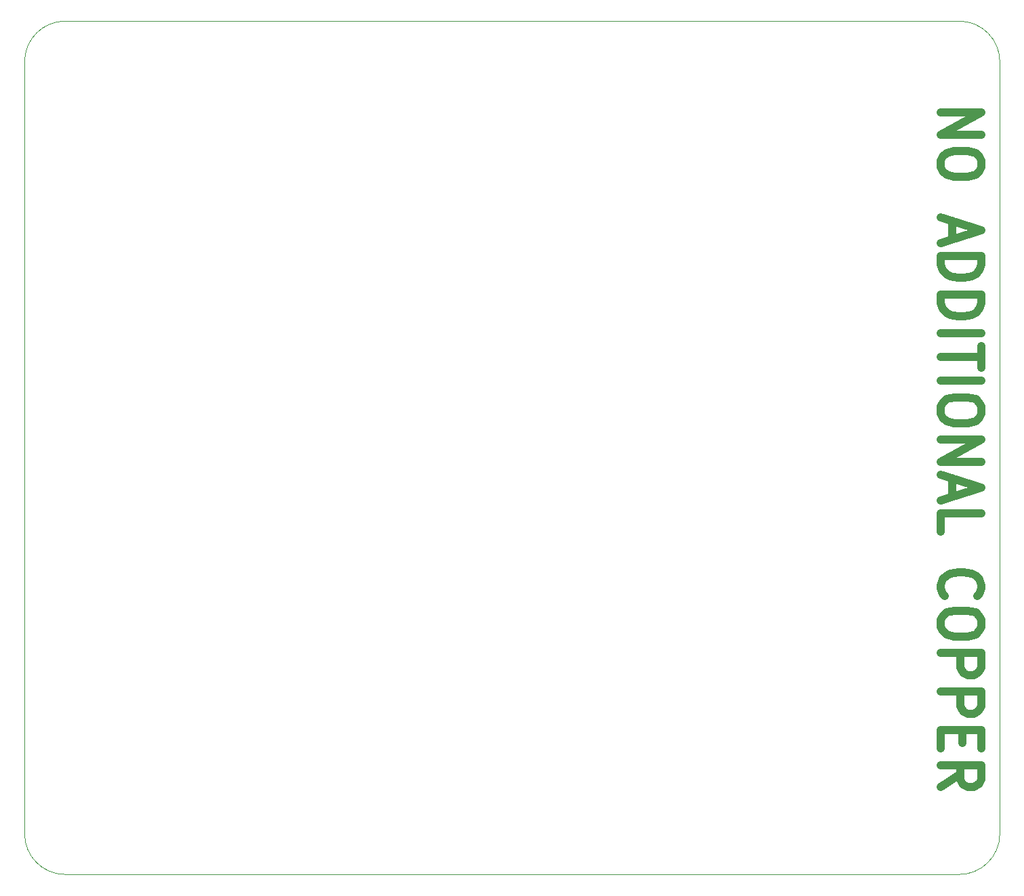
<source format=gm1>
G04 #@! TF.GenerationSoftware,KiCad,Pcbnew,(5.1.5)-2*
G04 #@! TF.CreationDate,2020-03-08T17:43:13-07:00*
G04 #@! TF.ProjectId,pandora,70616e64-6f72-4612-9e6b-696361645f70,A*
G04 #@! TF.SameCoordinates,PX508ae58PY8db4db0*
G04 #@! TF.FileFunction,Other,ECO1*
%FSLAX46Y46*%
G04 Gerber Fmt 4.6, Leading zero omitted, Abs format (unit mm)*
G04 Created by KiCad (PCBNEW (5.1.5)-2) date 2020-03-08 17:43:13*
%MOMM*%
%LPD*%
G04 APERTURE LIST*
%ADD10C,1.016000*%
%ADD11C,0.050800*%
G04 APERTURE END LIST*
D10*
X114541904Y95268143D02*
X119621904Y95268143D01*
X114541904Y92510429D01*
X119621904Y92510429D01*
X119621904Y89293096D02*
X119621904Y88373858D01*
X119380000Y87914239D01*
X118896190Y87454620D01*
X117928571Y87224810D01*
X116235238Y87224810D01*
X115267619Y87454620D01*
X114783809Y87914239D01*
X114541904Y88373858D01*
X114541904Y89293096D01*
X114783809Y89752715D01*
X115267619Y90212334D01*
X116235238Y90442143D01*
X117928571Y90442143D01*
X118896190Y90212334D01*
X119380000Y89752715D01*
X119621904Y89293096D01*
X115993333Y81709381D02*
X115993333Y79411286D01*
X114541904Y82169000D02*
X119621904Y80560334D01*
X114541904Y78951667D01*
X114541904Y77343000D02*
X119621904Y77343000D01*
X119621904Y76193953D01*
X119380000Y75504524D01*
X118896190Y75044905D01*
X118412380Y74815096D01*
X117444761Y74585286D01*
X116719047Y74585286D01*
X115751428Y74815096D01*
X115267619Y75044905D01*
X114783809Y75504524D01*
X114541904Y76193953D01*
X114541904Y77343000D01*
X114541904Y72517000D02*
X119621904Y72517000D01*
X119621904Y71367953D01*
X119380000Y70678524D01*
X118896190Y70218905D01*
X118412380Y69989096D01*
X117444761Y69759286D01*
X116719047Y69759286D01*
X115751428Y69989096D01*
X115267619Y70218905D01*
X114783809Y70678524D01*
X114541904Y71367953D01*
X114541904Y72517000D01*
X114541904Y67691000D02*
X119621904Y67691000D01*
X119621904Y66082334D02*
X119621904Y63324620D01*
X114541904Y64703477D02*
X119621904Y64703477D01*
X114541904Y61715953D02*
X119621904Y61715953D01*
X119621904Y58498620D02*
X119621904Y57579381D01*
X119380000Y57119762D01*
X118896190Y56660143D01*
X117928571Y56430334D01*
X116235238Y56430334D01*
X115267619Y56660143D01*
X114783809Y57119762D01*
X114541904Y57579381D01*
X114541904Y58498620D01*
X114783809Y58958239D01*
X115267619Y59417858D01*
X116235238Y59647667D01*
X117928571Y59647667D01*
X118896190Y59417858D01*
X119380000Y58958239D01*
X119621904Y58498620D01*
X114541904Y54362048D02*
X119621904Y54362048D01*
X114541904Y51604334D01*
X119621904Y51604334D01*
X115993333Y49536048D02*
X115993333Y47237953D01*
X114541904Y49995667D02*
X119621904Y48387000D01*
X114541904Y46778334D01*
X114541904Y42871572D02*
X114541904Y45169667D01*
X119621904Y45169667D01*
X115025714Y34828239D02*
X114783809Y35058048D01*
X114541904Y35747477D01*
X114541904Y36207096D01*
X114783809Y36896524D01*
X115267619Y37356143D01*
X115751428Y37585953D01*
X116719047Y37815762D01*
X117444761Y37815762D01*
X118412380Y37585953D01*
X118896190Y37356143D01*
X119380000Y36896524D01*
X119621904Y36207096D01*
X119621904Y35747477D01*
X119380000Y35058048D01*
X119138095Y34828239D01*
X119621904Y31840715D02*
X119621904Y30921477D01*
X119380000Y30461858D01*
X118896190Y30002239D01*
X117928571Y29772429D01*
X116235238Y29772429D01*
X115267619Y30002239D01*
X114783809Y30461858D01*
X114541904Y30921477D01*
X114541904Y31840715D01*
X114783809Y32300334D01*
X115267619Y32759953D01*
X116235238Y32989762D01*
X117928571Y32989762D01*
X118896190Y32759953D01*
X119380000Y32300334D01*
X119621904Y31840715D01*
X114541904Y27704143D02*
X119621904Y27704143D01*
X119621904Y25865667D01*
X119380000Y25406048D01*
X119138095Y25176239D01*
X118654285Y24946429D01*
X117928571Y24946429D01*
X117444761Y25176239D01*
X117202857Y25406048D01*
X116960952Y25865667D01*
X116960952Y27704143D01*
X114541904Y22878143D02*
X119621904Y22878143D01*
X119621904Y21039667D01*
X119380000Y20580048D01*
X119138095Y20350239D01*
X118654285Y20120429D01*
X117928571Y20120429D01*
X117444761Y20350239D01*
X117202857Y20580048D01*
X116960952Y21039667D01*
X116960952Y22878143D01*
X117202857Y18052143D02*
X117202857Y16443477D01*
X114541904Y15754048D02*
X114541904Y18052143D01*
X119621904Y18052143D01*
X119621904Y15754048D01*
X114541904Y10928048D02*
X116960952Y12536715D01*
X114541904Y13685762D02*
X119621904Y13685762D01*
X119621904Y11847286D01*
X119380000Y11387667D01*
X119138095Y11157858D01*
X118654285Y10928048D01*
X117928571Y10928048D01*
X117444761Y11157858D01*
X117202857Y11387667D01*
X116960952Y11847286D01*
X116960952Y13685762D01*
D11*
X5080000Y0D02*
X116840000Y0D01*
X5080000Y0D02*
G75*
G02X0Y5080000I0J5080000D01*
G01*
X121920000Y5080000D02*
G75*
G02X116840000Y0I-5080000J0D01*
G01*
X116840000Y106680000D02*
G75*
G02X121920000Y101600000I0J-5080000D01*
G01*
X121920000Y5080000D02*
X121920000Y101600000D01*
X0Y5080000D02*
X0Y101600000D01*
X0Y101600000D02*
G75*
G02X5080000Y106680000I5080000J0D01*
G01*
X5080000Y106680000D02*
X116840000Y106680000D01*
M02*

</source>
